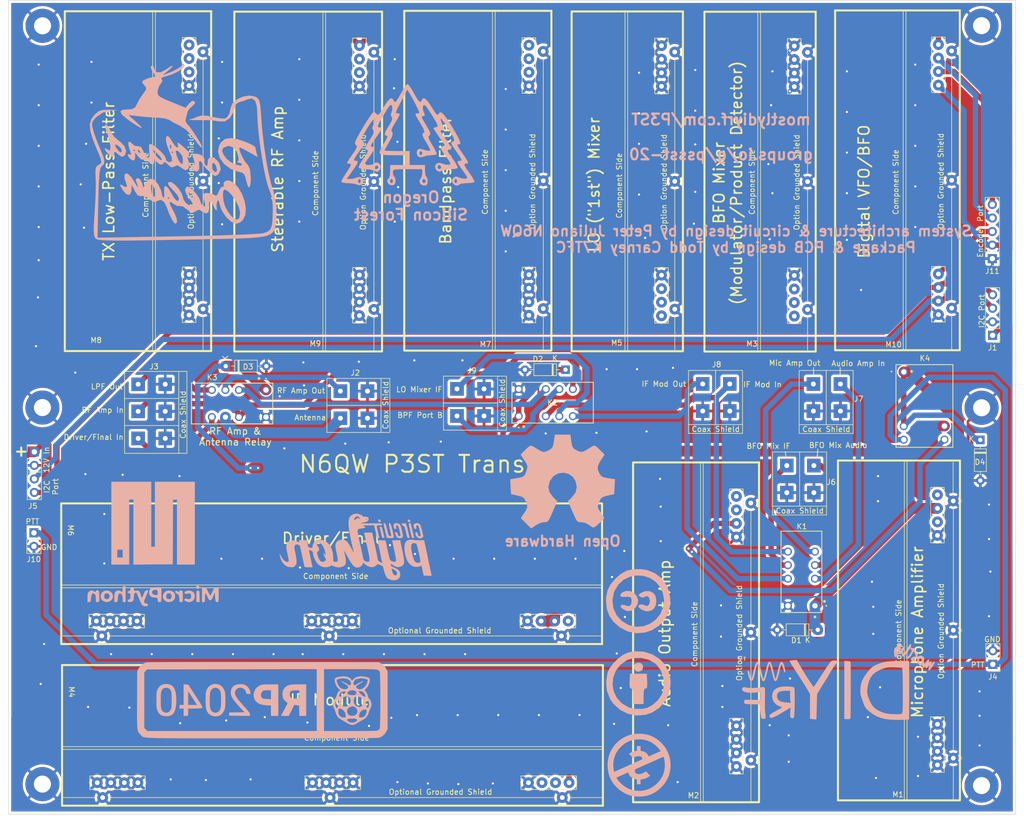
<source format=kicad_pcb>
(kicad_pcb (version 20211014) (generator pcbnew)
  (layers (0 "F.Cu" signal) (31 "B.Cu" signal) (34 "B.Paste" user) (35 "F.Paste" user) (36 "B.SilkS" user "B.Silkscreen") (37 "F.SilkS" user "F.Silkscreen") (38 "B.Mask" user) (39 "F.Mask" user) (44 "Edge.Cuts" user))
  (net 0 "")
  (net 1 "12V_TX")
  (net 2 "GND")
  (net 3 "PTT")
  (net 4 "BNC_Antenna")
  (net 5 "12VDC_Main")
  (net 6 "I2C_SDA")
  (net 7 "I2C_SCL")
  (net 8 "BFO_Mixer_Audio")
  (net 9 "Mic_Amp_Out")
  (net 10 "BFO_Mixer_IF")
  (net 11 "IF_Module_Out")
  (net 12 "LO_Mixer_IF")
  (net 13 "BPF_PortB")
  (net 14 "K2B_K3A_NC")
  (net 15 "RF_Amp_output")
  (net 16 "Finals_In")
  (net 17 "RF_Amp_In")
  (net 18 "12V_RX")
  (net 19 "Audio_Amp_input")
  (net 20 "IF_Module_In")
  (net 22 "LPF_Out")
  (net 43 "Encoder_A")
  (net 44 "Encoder_B")
  (net 45 "+3.3V")
  (net 46 "Encoder_SW")
  (footprint "K7TFC:J102K-1C" (layer "F.Cu") (at 263.72455 108.37935)
    (fp_text reference "K4")
    (fp_text value "J102K1CS312VDC.20")
  )
  (footprint "K7TFC:RG274_2x3_HS" (layer "F.Cu") (at 122.8 118.525)
    (fp_text reference "J3")
    (fp_text value "Conn_02x03_Odd_Even")
  )
  (footprint "Connector_PinHeader_2.54mm:PinHeader_1x04_P2.54mm_Vertical" (layer "F.Cu") (at 100.787 123.456)
    (fp_text reference "J5")
    (fp_text value "Conn_01x04")
  )
  (footprint "K7TFC:RELAY_TX2_PAN" (layer "F.Cu") (at 247.2463 152.3377 180)
    (fp_text reference "K1")
    (fp_text value "TX2-12V")
  )
  (footprint "K7TFC:RG274_2x2_HS" (layer "F.Cu") (at 228.6 113.388 -90)
    (fp_text reference "J8")
    (fp_text value "Conn_02x02_Odd_Even")
  )
  (footprint "MountingHole:MountingHole_3.2mm_M3_Pad" (layer "F.Cu") (at 278.511 115.189)
    (fp_text reference "H5" hide)
    (fp_text value "Mounting_Hole_4-40")
  )
  (footprint "K7TFC_Modules:K7TFC_CircuitBlock_Module1" (layer "F.Cu") (at 266.5474 63.3678)
    (fp_text reference "M10")
    (fp_text value "StandardModule_1")
  )
  (footprint "K7TFC_Modules:K7TFC_CircuitBlock_Half_Module1" (layer "F.Cu") (at 239.5128 63.6222)
    (fp_text reference "M3")
    (fp_text value "StandardModule_1")
  )
  (footprint "K7TFC:RELAY_TX2_PAN" (layer "F.Cu") (at 191.6623 116.7713 90)
    (fp_text reference "K2")
    (fp_text value "TX2-12V")
  )
  (footprint "Connector_PinHeader_2.54mm:PinHeader_1x02_P2.54mm_Vertical" (layer "F.Cu") (at 280.6264 163.327 180)
    (fp_text reference "J4")
    (fp_text value "Conn_01x02")
  )
  (footprint "Diode_THT:D_DO-35_SOD27_P7.62mm_Horizontal" (layer "F.Cu") (at 278.275 121.215 -90)
    (fp_text reference "D4")
    (fp_text value "1N4148")
  )
  (footprint "MountingHole:MountingHole_3.2mm_M3_Pad" (layer "F.Cu") (at 278.5 186.075)
    (fp_text reference "H7" hide)
    (fp_text value "Mounting_Hole_4-40")
  )
  (footprint "K7TFC_Modules:K7TFC_CircuitBlock_Module1" (layer "F.Cu") (at 126.087 63.528)
    (fp_text reference "M8")
    (fp_text value "StandardModule_1")
  )
  (footprint "Diode_THT:D_DO-35_SOD27_P7.62mm_Horizontal" (layer "F.Cu") (at 247.785 156.85 180)
    (fp_text reference "D1")
    (fp_text value "1N4148")
  )
  (footprint "K7TFC_Modules:K7TFC_CircuitBlock_Module1" (layer "F.Cu") (at 266.573 147.828)
    (fp_text reference "M1")
    (fp_text value "StandardModule_1")
  )
  (footprint "K7TFC_Modules:K7TFC_CircuitBlock_Module1" (layer "F.Cu") (at 228.875 148.175)
    (fp_text reference "M2")
    (fp_text value "StandardModule_1")
  )
  (footprint "MountingHole:MountingHole_3.2mm_M3_Pad" (layer "F.Cu") (at 102.3 185.8)
    (fp_text reference "H6" hide)
    (fp_text value "Mounting_Hole_4-40")
  )
  (footprint "MountingHole:MountingHole_3.2mm_M3_Pad" (layer "F.Cu") (at 278.5 43.5)
    (fp_text reference "H2" hide)
    (fp_text value "Mounting_Hole_4-40")
  )
  (footprint "Diode_THT:D_DO-35_SOD27_P7.62mm_Horizontal" (layer "F.Cu") (at 136.69 107.375)
    (fp_text reference "D3")
    (fp_text value "1N4148")
  )
  (footprint "Diode_THT:D_DO-35_SOD27_P7.62mm_Horizontal" (layer "F.Cu") (at 200.4473 108.0463 180)
    (fp_text reference "D2")
    (fp_text value "1N4148")
  )
  (footprint "MountingHole:MountingHole_3.2mm_M3_Pad" (layer "F.Cu") (at 102.3 115.15)
    (fp_text reference "H3" hide)
    (fp_text value "Mounting_Hole_4-40")
  )
  (footprint "K7TFC:RELAY_TX2_PAN" (layer "F.Cu") (at 144.25 111.85 -90)
    (fp_text reference "K3")
    (fp_text value "TX2-12V")
  )
  (footprint "K7TFC:RG274_2x2_HS" (layer "F.Cu") (at 249.3627 113.4015 -90)
    (fp_text reference "J7")
    (fp_text value "Conn_02x02_Odd_Even")
  )
  (footprint "K7TFC:RG274_2x2_HS" (layer "F.Cu") (at 182.7515 114.3123)
    (fp_text reference "J9")
    (fp_text value "Conn_02x02_Odd_Even")
  )
  (footprint "K7TFC:RG274_2x2_HS" (layer "F.Cu") (at 160.8765 114.7373)
    (fp_text reference "J2")
    (fp_text value "Conn_02x02_Odd_Even")
  )
  (footprint "K7TFC:RG274_2x2_HS" (layer "F.Cu") (at 244.375 128.7 -90)
    (fp_text reference "J6")
    (fp_text value "Conn_02x02_Odd_Even")
  )
  (footprint "Connector_PinHeader_2.54mm:PinHeader_1x04_P2.54mm_Vertical" (layer "F.Cu") (at 280.575 101.6 180)
    (fp_text reference "J1")
    (fp_text value "Conn_01x04")
  )
  (footprint "K7TFC_Modules:K7TFC_CircuitBlock_Half_Module1" (layer "F.Cu") (at 214.5956 63.5614)
    (fp_text reference "M5")
    (fp_text value "StandardModule_1")
  )
  (footprint "Connector_PinHeader_2.54mm:PinHeader_1x02_P2.54mm_Vertical" (layer "F.Cu") (at 100.712 138.65)
    (fp_text reference "J10")
    (fp_text value "Conn_01x02")
  )
  (footprint "K7TFC_Modules:K7TFC_CircuitBlock_Module2" (layer "F.Cu") (at 184.725 181.975 -90)
    (fp_text reference "M4")
    (fp_text value "StandardModule_2")
  )
  (footprint "K7TFC_Modules:K7TFC_CircuitBlock_Module2" (layer "F.Cu") (at 184.565 151.6488 -90)
    (fp_text reference "M6")
    (fp_text value "StandardModule_2")
  )
  (footprint "Connector_PinHeader_2.54mm:PinHeader_1x05_P2.54mm_Vertical" (layer "F.Cu") (at 280.5242 87.2082 180)
    (fp_text reference "J11")
    (fp_text value "Conn_01x05")
  )
  (footprint "K7TFC_Modules:K7TFC_CircuitBlock_Module1" (layer "F.Cu") (at 158.1472 63.6042)
    (fp_text reference "M9")
    (fp_text value "StandardModule_1")
  )
  (footprint "MountingHole:MountingHole_3.2mm_M3_Pad" (layer "F.Cu") (at 102.325 43.525)
    (fp_text reference "H1" hide)
    (fp_text value "Mounting_Hole_4-40")
  )
  (footprint "K7TFC_Modules:K7TFC_CircuitBlock_Module1" (layer "F.Cu") (at 189.9216 63.4488)
    (fp_text reference "M7")
    (fp_text value "StandardModule_1")
  )
  (footprint "Graphics:micro_python_25mm" (layer "B.Cu") (at 123.063 140.589 180)
    (fp_text reference "G***" hide)
    (fp_text value "LOGO" hide)
  )
  (footprint "Graphics:silicon-forest_25mm" (layer "B.Cu") (at 170.942 63.881 180)
    (fp_text reference "G***" hide)
    (fp_text value "LOGO" hide)
  )
  (footprint "Graphics:diyrf_38mm" (layer "B.Cu") (at 251.327747 166.397821 180)
    (fp_text reference "G***" hide)
    (fp_text value "LOGO" hide)
  )
  (footprint "Graphics:portland_logo_35mm" (layer "B.Cu") (at 128.651 67.437 180)
    (fp_text reference "G***" hide)
    (fp_text value "LOGO" hide)
  )
  (footprint "Graphics:RP2040" (layer "B.Cu") (at 143.724528 170.087965 180)
    (fp_text reference "G***" hide)
    (fp_text value "LOGO" hide)
  )
  (footprint "Graphics:cc_logo_no_commercial_12mm" (layer "B.Cu") (at 214.249 182.245 180)
    (fp_text reference "G***" hide)
    (fp_text value "LOGO" hide)
  )
  (footprint "Graphics:open-hardware_25mm" (layer "B.Cu") (at 199.898 129.286 180)
    (fp_text reference "G***" hide)
    (fp_text value "LOGO" hide)
  )
  (footprint "Graphics:cc_by_12mm" (layer "B.Cu") (at 214.122 166.9034 180)
    (fp_text reference "G***" hide)
    (fp_text value "LOGO" hide)
  )
  (footprint "Graphics:cc_logo_12mm" (layer "B.Cu") (at 214.0966 151.4602 180)
    (fp_text reference "G***" hide)
    (fp_text value "LOGO" hide)
  )
  (footprint "Graphics:circuit_python_28mm" (layer "B.Cu") (at 161.036 141.224 180)
    (fp_text reference "G***" hide)
    (fp_text value "LOGO" hide)
  )
  (gr_line (start 247.775 122.925) (end 247.675 124.275) (layer "F.SilkS") (width 0.15))
  (gr_line (start 246.9747 107.6365) (end 246.9997 108.8865) (layer "F.SilkS") (width 0.15))
  (gr_line (start 241.675 123.425) (end 241.825 124.45) (layer "F.SilkS") (width 0.15))
  (gr_line (start 99.65 127.25) (end 101.925 127.25) (layer "F.SilkS") (width 0.15))
  (gr_line (start 101.925 127.25) (end 101.9 127.225) (layer "F.SilkS") (width 0.15))
  (gr_line (start 251.9747 107.6115) (end 251.9747 108.9615) (layer "F.SilkS") (width 0.15))
  (gr_rect (start 95.95 38.7325) (end 284.9 191.4425) (layer "Edge.Cuts") (width 0.1) (fill none))
  (gr_text "Open Hardware" (at 199.898 140.208) (layer "B.SilkS") (effects (font (size 1.905 1.905) (thickness 0.4064)) (justify mirror)))
  (gr_text "mostlydiyrf.com/P3ST\n\ngroups.io/g/pssst-20" (at 229.616 64.389) (layer "B.SilkS") (effects (font (size 2.032 2.032) (thickness 0.4064)) (justify mirror)))
  (gr_text "Oregon\nSilicon Forest" (at 171.45 77.343) (layer "B.SilkS") (effects (font (size 2.032 2.032) (thickness 0.4064)) (justify mirror)))
  (gr_text "System architecture & circuit design by Peter Juliano N6QW\nPackage & PCB design by Todd Carney K7TFC" (at 232.41 83.566) (layer "B.SilkS") (effects (font (size 1.905 1.905) (thickness 0.381)) (justify mirror)))
  (gr_text "LO ({dblquote}1st{dblquote}) Mixer" (at 205.8 73.35 90) (layer "F.SilkS") (effects (font (size 2.032 2.032) (thickness 0.3048))))
  (gr_text "I2C Port" (at 278.543 97.0634 90) (layer "F.SilkS") (effects (font (size 1 1))))
  (gr_text "BFO Mixer\n(Modulator/Product Detector)" (at 230.9 73 90) (layer "F.SilkS") (effects (font (size 2.032 2.032) (thickness 0.3048))))
  (gr_text "BFO Mix IF" (at 238.525 122.375) (layer "F.SilkS") (effects (font (size 1 1))))
  (gr_text "GND" (at 103.5558 141.351) (layer "F.SilkS") (effects (font (size 1 1))))
  (gr_text "BPF Port B" (at 173.1515 116.5873) (layer "F.SilkS") (effects (font (size 1 1))))
  (gr_text "PTT" (at 100.4316 136.5504) (layer "F.SilkS") (effects (font (size 1 1))))
  (gr_text "Microphone Amplifier" (at 266.475 157.275 90) (layer "F.SilkS") (effects (font (size 2.032 2.032) (thickness 0.3048))))
  (gr_text "TX Low-Pass Filter" (at 114.75 72.7 90) (layer "F.SilkS") (effects (font (size 2.032 2.032) (thickness 0.3048))))
  (gr_text "GND" (at 280.543 158.6484) (layer "F.SilkS") (effects (font (size 1 1))))
  (gr_text "LPF Out" (at 114.4 111.225) (layer "F.SilkS") (effects (font (size 1 1))))
  (gr_text "+" (at 98.325 123.275) (layer "F.SilkS") (effects (font (size 2.032 2.032) (thickness 0.381))))
  (gr_text "IF Mod Out" (at 218.9 110.725) (layer "F.SilkS") (effects (font (size 1 1))))
  (gr_text "I2C\nPort" (at 103.95 130 90) (layer "F.SilkS") (effects (font (size 1 1))))
  (gr_text "PTT" (at 277.7998 163.4236) (layer "F.SilkS") (effects (font (size 1 1))))
  (gr_text "RF Amp &\nAntenna Relay" (at 138.5 120.6) (layer "F.SilkS") (effects (font (size 1.27 1.27) (thickness 0.1778))))
  (gr_text "Bandpass Filter" (at 177.95 72.525 90) (layer "F.SilkS") (effects (font (size 2.032 2.032) (thickness 0.3048))))
  (gr_text "Driver/Final" (at 156.475 139.675) (layer "F.SilkS") (effects (font (size 2.032 2.032) (thickness 0.3048))))
  (gr_text "Mic Amp Out" (at 243.4497 106.7865) (layer "F.SilkS") (effects (font (size 1 1))))
  (gr_text "12V In" (at 103.073 124.97 90) (layer "F.SilkS") (effects (font (size 1 1))))
  (gr_text "BFO Mix Audio" (at 251.6 122.225) (layer "F.SilkS") (effects (font (size 1 1))))
  (gr_text "N6QW P3ST Transceiver" (at 178.725 125.75) (layer "F.SilkS") (effects (font (size 3.175 3.175) (thickness 0.381))))
  (gr_text "IF Module" (at 156.225 170) (layer "F.SilkS") (effects (font (size 2.032 2.032) (thickness 0.3048))))
  (gr_text "Encoder Port" (at 278.2636 82.0774 90) (layer "F.SilkS") (effects (font (size 1 1))))
  (gr_text "Audio Output Amp" (at 219.075 157.5054 90) (layer "F.SilkS") (effects (font (size 2.032 2.032) (thickness 0.3048))))
  (gr_text "Steerable RF Amp" (at 146.4472 72.3022 90) (layer "F.SilkS") (effects (font (size 2.032 2.032) (thickness 0.3048))))
  (gr_text "Antenna" (at 152.55 117.025) (layer "F.SilkS") (effects (font (size 1 1))))
  (gr_text "LO Mixer IF" (at 173.0015 111.7623) (layer "F.SilkS") (effects (font (size 1 1))))
  (gr_text "IF Mod In" (at 237.4 110.825) (layer "F.SilkS") (effects (font (size 1 1))))
  (gr_text "Digital VFO/BFO" (at 256.45 74.625 90) (layer "F.SilkS") (effects (font (size 2.032 2.032) (thickness 0.3048))))
  (gr_text "Driver/Final In" (at 111.9 120.7) (layer "F.SilkS") (effects (font (size 1 1))))
  (gr_text "Audio Amp In" (at 255.3747 106.8615) (layer "F.SilkS") (effects (font (size 1 1))))
  (gr_text "RF Amp In" (at 113.6 115.625) (layer "F.SilkS") (effects (font (size 1 1))))
  (gr_text "RF Amp Out" (at 150.825 111.975) (layer "F.SilkS") (effects (font (size 1 1))))
  (segment (start 264.16 123.702654) (end 264.545654 123.317) (width 2.032) (layer "F.Cu") (net 1))
  (segment (start 188.722 119.7116) (end 188.722 123.317) (width 1.016) (layer "F.Cu") (net 1))
  (segment (start 247.2463 152.3377) (end 265.5228 134.0612) (width 2.032) (layer "F.Cu") (net 1))
  (segment (start 210.4898 139.77683) (end 210.4898 123.317) (width 2.032) (layer "F.Cu") (net 1))
  (segment (start 198.408 155.2048) (end 198.408 151.85863) (width 2.032) (layer "F.Cu") (net 1))
  (segment (start 271.54775 118.61555) (end 270.00445 118.61555) (width 2.032) (layer "F.Cu") (net 1))
  (segment (start 198.408 155.2048) (end 195.868 155.2048) (width 2.032) (layer "F.Cu") (net 1))
  (segment (start 191.6623 114.710366) (end 194.183 112.189666) (width 1.016) (layer "F.Cu") (net 1))
  (segment (start 264.16 132.207) (end 264.16 123.702654) (width 2.032) (layer "F.Cu") (net 1))
  (segment (start 188.722 123.317) (end 185.1166 123.317) (width 2.032) (layer "F.Cu") (net 1))
  (segment (start 265.303 123.317) (end 264.545654 123.317) (width 2.032) (layer "F.Cu") (net 1))
  (segment (start 270.2306 134.0612) (end 266.0142 134.0612) (width 2.032) (layer "F.Cu") (net 1))
  (segment (start 136.69 107.375) (end 139.775 107.375) (width 2.032) (layer "F.Cu") (net 1))
  (segment (start 181.9416 126.492) (end 141.732 126.492) (width 2.032) (layer "F.Cu") (net 1))
  (segment (start 265.5228 134.0612) (end 266.0142 134.0612) (width 2.032) (layer "F.Cu") (net 1))
  (segment (start 139.775 107.375) (end 144.25 111.85) (width 2.032) (layer "F.Cu") (net 1))
  (segment (start 194.183 112.189666) (end 194.183 110.617) (width 1.016) (layer "F.Cu") (net 1))
  (segment (start 191.6623 116.7713) (end 191.6623 114.710366) (width 1.016) (layer "F.Cu") (net 1))
  (segment (start 266.0142 134.0612) (end 264.16 132.207) (width 2.032) (layer "F.Cu") (net 1))
  (segment (start 196.7537 108.0463) (end 200.4473 108.0463) (width 1.016) (layer "F.Cu") (net 1))
  (segment (start 198.408 151.85863) (end 210.4898 139.77683) (width 2.032) (layer "F.Cu") (net 1))
  (segment (start 264.545654 123.317) (end 210.4898 123.317) (width 2.032) (layer "F.Cu") (net 1))
  (segment (start 270.00445 118.61555) (end 265.303 123.317) (width 2.032) (layer "F.Cu") (net 1))
  (segment (start 185.1166 123.317) (end 181.9416 126.492) (width 2.032) (layer "F.Cu") (net 1))
  (segment (start 210.4898 123.317) (end 188.722 123.317) (width 2.032) (layer "F.Cu") (net 1))
  (segment (start 194.183 110.617) (end 196.7537 108.0463) (width 1.016) (layer "F.Cu") (net 1))
  (segment (start 191.6623 116.7713) (end 188.722 119.7116) (width 1.016) (layer "F.Cu") (net 1))
  (via (at 141.351 126.492) (size 0.8) (drill 0.4) (layers "F.Cu" "B.Cu") (net 1))
  (via (at 142.748 126.492) (size 0.8) (drill 0.4) (layers "F.Cu" "B.Cu") (net 1))
  (segment (start 131.445 118.872) (end 131.445 110.804) (width 1.016) (layer "B.Cu") (net 1))
  (segment (start 247.2463 152.3377) (end 247.2463 156.3113) (width 2.032) (layer "B.Cu") (net 1))
  (segment (start 139.065 126.492) (end 131.445 118.872) (width 1.016) (layer "B.Cu") (net 1))
  (segment (start 142.748 126.492) (end 141.351 126.492) (width 1.016) (layer "B.Cu") (net 1))
  (segment (start 141.351 126.492) (end 139.065 126.492) (width 1.016) (layer "B.Cu") (net 1))
  (segment (start 247.2463 156.3113) (end 247.785 156.85) (width 2.032) (layer "B.Cu") (net 1))
  (segment (start 131.445 110.804) (end 134.874 107.375) (width 1.016) (layer "B.Cu") (net 1))
  (segment (start 134.874 107.375) (end 136.69 107.375) (width 1.016) (layer "B.Cu") (net 1))
  (via (at 102.616 159.512) (size 0.8) (drill 0.4) (layers "F.Cu" "B.Cu") (net 2))
  (via (at 218.313 133.731) (size 0.8) (drill 0.4) (layers "F.Cu" "B.Cu") (net 2))
  (via (at 108.458 108.585) (size 0.8) (drill 0.4) (layers "F.Cu" "B.Cu") (net 2))
  (via (at 111.506 50.292) (size 0.8) (drill 0.4) (layers "F.Cu" "B.Cu") (net 2))
  (via (at 144.018 173.228) (size 0.8) (drill 0.4) (layers "F.Cu" "B.Cu") (net 2))
  (via (at 187.071 143.51) (size 0.8) (drill 0.4) (layers "F.Cu" "B.Cu") (net 2))
  (via (at 215.392 83.312) (size 0.8) (drill 0.4) (layers "F.Cu" "B.Cu") (net 2))
  (via (at 110.871 171.323) (size 0.8) (drill 0.4) (layers "F.Cu" "B.Cu") (net 2))
  (via (at 202.311 143.51) (size 0.8) (drill 0.4) (layers "F.Cu" "B.Cu") (net 2))
  (via (at 150.622 145.161) (size 0.8) (drill 0.4) (layers "F.Cu" "B.Cu") (net 2))
  (via (at 172.085 106.299) (size 0.8) (drill 0.4) (layers "F.Cu" "B.Cu") (net 2))
  (via (at 181.61 161.417) (size 0.8) (drill 0.4) (layers "F.Cu" "B.Cu") (net 2))
  (via (at 101.981 167.005) (size 0.8) (drill 0.4) (layers "F.Cu" "B.Cu") (net 2))
  (via (at 279.908 139.827) (size 0.8) (drill 0.4) (layers "F.Cu" "B.Cu") (net 2))
  (via (at 220.599 107.696) (size 0.8) (drill 0.4) (layers "F.Cu" "B.Cu") (net 2))
  (via (at 181.102 106.299) (size 0.8) (drill 0.4) (layers "F.Cu" "B.Cu") (net 2))
  (via (at 163.576 174.879) (size 0.8) (drill 0.4) (layers "F.Cu" "B.Cu") (net 2))
  (via (at 224.79 51.816) (size 0.8) (drill 0.4) (layers "F.Cu" "B.Cu") (net 2))
  (via (at 210.82 167.767) (size 0.8) (drill 0.4) (layers "F.Cu" "B.Cu") (net 2))
  (via (at 209.169 146.939) (size 0.8) (drill 0.4) (layers "F.Cu" "B.Cu") (net 2))
  (via (at 167.767 173.355) (size 0.8) (drill 0.4) (layers "F.Cu" "B.Cu") (net 2))
  (via (at 259.08 132.715) (size 0.8) (drill 0.4) (layers "F.Cu" "B.Cu") (net 2))
  (via (at 177.038 121.539) (size 0.8) (drill 0.4) (layers "F.Cu" "B.Cu") (net 2))
  (via (at 259.461 167.64) (size 0.8) (drill 0.4) (layers "F.Cu" "B.Cu") (net 2))
  (via (at 167.259 121.666) (size 0.8) (drill 0.4) (layers "F.Cu" "B.Cu") (net 2))
  (via (at 150.495 80.264) (size 0.8) (drill 0.4) (layers "F.Cu" "B.Cu") (net 2))
  (via (at 278.13 178.562) (size 0.8) (drill 0.4) (layers "F.Cu" "B.Cu") (net 2))
  (via (at 280.162 145.923) (size 0.8) (drill 0.4) (layers "F.Cu" "B.Cu") (net 2))
  (via (at 214.249 52.324) (size 0.8) (drill 0.4) (layers "F.Cu" "B.Cu") (net 2))
  (via (at 101.6 50.8) (size 0.8) (drill 0.4) (layers "F.Cu" "B.Cu") (net 2))
  (via (at 278.13 172.974) (size 0.8) (drill 0.4) (layers "F.Cu" "B.Cu") (net 2))
  (via (at 239.014 58.42) (size 0.8) (drill 0.4) (layers "F.Cu" "B.Cu") (net 2))
  (via (at 141.351 184.912) (size 0.8) (drill 0.4) (layers "F.Cu" "B.Cu") (net 2))
  (via (at 151.384 110.998) (size 0.8) (drill 0.4) (layers "F.Cu" "B.Cu") (net 2))
  (via (at 189.23 70.612) (size 0.8) (drill 0.4) (layers "F.Cu" "B.Cu") (net 2))
  (via (at 101.6 81.28) (size 0.8) (drill 0.4) (layers "F.Cu" "B.Cu") (net 2))
  (via (at 145.669 161.417) (size 0.8) (drill 0.4) (layers "F.Cu" "B.Cu") (net 2))
  (via (at 150.495 72.644) (size 0.8) (drill 0.4) (layers "F.Cu" "B.Cu") (net 2))
  (via (at 187.833 172.847) (size 0.8) (drill 0.4) (layers "F.Cu" "B.Cu") (net 2))
  (via (at 101.6 73.66) (size 0.8) (drill 0.4) (layers "F.Cu" "B.Cu") (net 2))
  (via (at 239.268 74.93) (size 0.8) (drill 0.4) (layers "F.Cu" "B.Cu") (net 2))
  (via (at 257.937 147.828) (size 0.8) (drill 0.4) (layers "F.Cu" "B.Cu") (net 2))
  (via (at 101.6 87.503) (size 0.8) (drill 0.4) (layers "F.Cu" "B.Cu") (net 2))
  (via (at 242.5192 55.8038) (size 0.8) (drill 0.4) (layers "F.Cu" "B.Cu") (net 2))
  (via (at 136.017 57.912) (size 0.8) (drill 0.4) (layers "F.Cu" "B.Cu") (net 2))
  (via (at 239.268 52.07) (size 0.8) (drill 0.4) (layers "F.Cu" "B.Cu") (net 2))
  (via (at 258.191 157.607) (size 0.8) (drill 0.4) (layers "F.Cu" "B.Cu") (net 2))
  (via (at 150.495 57.404) (size 0.8) (drill 0.4) (layers "F.Cu" "B.Cu") (net 2))
  (via (at 266.573 184.277) (size 0.8) (drill 0.4) (layers "F.Cu" "B.Cu") (net 2))
  (via (at 189.23 85.852) (size 0.8) (drill 0.4) (layers "F.Cu" "B.Cu") (net 2))
  (via (at 196.723 120.015) (size 0.8) (drill 0.4) (layers "F.Cu" "B.Cu") (net 2))
  (via (at 110.49 65.659) (size 0.8) (drill 0.4) (layers "F.Cu" "B.Cu") (net 2))
  (via (at 113.919 135.128) (size 0.8) (drill 0.4) (layers "F.Cu" "B.Cu") (net 2))
  (via (at 257.175 173.228) (size 0.8) (drill 0.4) (layers "F.Cu" "B.Cu") (net 2))
  (via (at 110.363 127.635) (size 0.8) (drill 0.4) (layers "F.Cu" "B.Cu") (net 2))
  (via (at 126.365 184.912) (size 0.8) (drill 0.4) (layers "F.Cu" "B.Cu") (net 2))
  (via (at 138.049 161.417) (size 0.8) (drill 0.4) (layers "F.Cu" "B.Cu") (net 2))
  (via (at 101.473 94.488) (size 0.8) (drill 0.4) (layers "F.Cu" "B.Cu") (net 2))
  (via (at 135.382 64.643) (size 0.8) (drill 0.4) (layers "F.Cu" "B.Cu") (net 2))
  (via (at 128.143 174.371) (size 0.8) (drill 0.4) (layers "F.Cu" "B.Cu") (net 2))
  (via (at 130.429 161.417) (size 0.8) (drill 0.4) (layers "F.Cu" "B.Cu") (net 2))
  (via (at 180.34 185.801) (size 0.8) (drill 0.4) (layers "F.Cu" "B.Cu") (net 2))
  (via (at 168.402 49.784) (size 0.8) (drill 0.4) (layers "F.Cu" "B.Cu") (net 2))
  (via (at 208.153 107.95) (size 0.8) (drill 0.4) (layers "F.Cu" "B.Cu") (net 2))
  (via (at 206.248 119.888) (size 0.8) (drill 0.4) (layers "F.Cu" "B.Cu") (net 2))
  (via (at 258.699 184.658) (size 0.8) (drill 0.4) (layers "F.Cu" "B.Cu") (net 2))
  (via (at 101.6 58.42) (size 0.8) (drill 0.4) (layers "F.Cu" "B.Cu") (net 2))
  (via (at 101.092 103.632) (size 0.8) (drill 0.4) (layers "F.Cu" "B.Cu") (net 2))
  (via (at 189.23 55.372) (size 0.8) (drill 0.4) (layers "F.Cu" "B.Cu") (net 2))
  (via (at 214.249 65.659) (size 0.8) (drill 0.4) (layers "F.Cu" "B.Cu") (net 2))
  (via (at 147.701 122.809) (size 0.8) (drill 0.4) (layers "F.Cu" "B.Cu") (net 2))
  (via (at 180.213 172.847) (size 0.8) (drill 0.4) (layers "F.Cu" "B.Cu") (net 2))
  (via (at 110.109 81.407) (size 0.8) (drill 0.4) (layers "F.Cu" "B.Cu") (net 2))
  (via (at 168.91 65.278) (size 0.8) (drill 0.4) (layers "F.Cu" "B.Cu") (net 2))
  (via (at 266.065 58.42) (size 0.8) (drill 0.4) (layers "F.Cu" "B.Cu") (net 2))
  (via (at 242.5192 48.1838) (size 0.8) (drill 0.4) (layers "F.Cu" "B.Cu") (net 2))
  (via (at 172.212 142.621) (size 0.8) (drill 0.4) (layers "F.Cu" "B.Cu") (net 2))
  (via (at 122.809 161.417) (size 0.8) (drill 0.4) (layers "F.Cu" "B.Cu") (net 2))
  (via (at 194.691 143.51) (size 0.8) (drill 0.4) (layers "F.Cu" "B.Cu") (net 2))
  (via (at 266.065 66.04) (size 0.8) (drill 0.4) (layers "F.Cu" "B.Cu") (net 2))
  (via (at 179.451 143.51) (size 0.8) (drill 0.4) (layers "F.Cu" "B.Cu") (net 2))
  (via (at 168.275 55.245) (size 0.8) (drill 0.4) (layers "F.Cu" "B.Cu") (net 2))
  (via (at 266.065 81.28) (size 0.8) (drill 0.4) (layers "F.Cu" "B.Cu") (net 2))
  (via (at 253.238 67.31) (size 0.8) (drill 0.4) (layers "F.Cu" "B.Cu") (net 2))
  (via (at 224.79 59.436) (size 0.8) (drill 0.4) (layers "F.Cu" "B.Cu") (net 2))
  (via (at 238.76 83.566) (size 0.8) (drill 0.4) (layers "F.Cu" "B.Cu") (net 2))
  (via (at 115.189 161.417) (size 0.8) (drill 0.4) (layers "F.Cu" "B.Cu") (net 2))
  (via (at 136.017 80.772) (size 0.8) (drill 0.4) (layers "F.Cu" "B.Cu") (net 2))
  (via (at 229.616 152.273) (size 0.8) (drill 0.4) (layers "F.Cu" "B.Cu") (net 2))
  (via (at 221.488 185.42) (size 0.8) (drill 0.4) (layers "F.Cu" "B.Cu") (net 2))
  (via (at 189.23 62.992) (size 0.8) (drill 0.4) (layers "F.Cu" "B.Cu") (net 2))
  (via (at 159.131 121.92) (size 0.8) (drill 0.4) (layers "F.Cu" "B.Cu") (net 2))
  (via (at 279.908 154.305) (size 0.8) (drill 0.4) (layers "F.Cu" "B.Cu") (net 2))
  (via (at 242.316 176.657) (size 0.8) (drill 0.4) (layers "F.Cu" "B.Cu") (net 2))
  (via (at 168.91 185.42) (size 0.8) (drill 0.4) (layers "F.Cu" "B.Cu") (net 2))
  (via (at 135.89 143.51) (size 0.8) (drill 0.4) (layers "F.Cu" "B.Cu") (net 2))
  (via (at 229.87 171.323) (size 0.8) (drill 0.4) (layers "F.Cu" "B.Cu") (net 2))
  (via (at 214.249 75.184) (size 0.8) (drill 0.4) (layers "F.Cu" "B.Cu") (net 2))
  (via (at 166.37 161.417) (size 0.8) (drill 0.4) (layers "F.Cu" "B.Cu") (net 2))
  (via (at 278.13 168.402) (size 0.8) (drill 0.4) (layers "F.Cu" "B.Cu") (net 2))
  (via (at 253.238 52.07) (size 0.8) (drill 0.4) (layers "F.Cu" "B.Cu") (net 2))
  (via (at 224.79 74.676) (size 0.8) (drill 0.4) (layers "F.Cu" "B.Cu") (net 2))
  (via (at 161.671 106.553) (size 0.8) (drill 0.4) (layers "F.Cu" "B.Cu") (net 2))
  (via (at 213.868 107.95) (size 0.8) (drill 0.4) (layers "F.Cu" "B.Cu") (net 2))
  (via (at 117.348 127.762) (size 0.8) (drill 0.4) (layers "F.Cu" "B.Cu") (net 2))
  (via (at 259.08 128.016) (size 0.8) (drill 0.4) (layers "F.Cu" "B.Cu") (net 2))
  (via (at 169.037 73.787) (size 0.8) (drill 0.4) (layers "F.Cu" "B.Cu") (net 2))
  (via (at 218.186 128.524) (size 0.8) (drill 0.4) (layers "F.Cu" "B.Cu") (net 2))
  (via (at 229.87 167.386) (size 0.8) (drill 0.4) (layers "F.Cu" "B.Cu") (net 2))
  (via (at 253.238 74.93) (size 0.8) (drill 0.4) (layers "F.Cu" "B.Cu") (net 2))
  (via (at 238.506 69.469) (size 0.8) (drill 0.4) (layers "F.Cu" "B.Cu") (net 2))
  (via (at 214.249 59.944) (size 0.8) (drill 0.4) (layers "F.Cu" "B.Cu") (net 2))
  (via (at 224.536 80.645) (size 0.8) (drill 0.4) (layers "F.Cu" "B.Cu") (net 2))
  (via (at 109.474 73.279) (size 0.8) (drill 0.4) (layers "F.Cu" "B.Cu") (net 2))
  (via (at 111.506 57.912) (size 0.8) (drill 0.4) (layers "F.Cu" "B.Cu") (net 2))
  (via (at 173.99 161.417) (size 0.8) (drill 0.4) (layers "F.Cu" "B.Cu") (net 2))
  (via (at 255.905 93.091) (size 0.8) (drill 0.4) (layers "F.Cu" "B.Cu") (net 2))
  (via (at 113.919 144.399) (size 0.8) (drill 0.4) (layers "F.Cu" "B.Cu") (net 2))
  (via (at 172.593 172.847) (size 0.8) (drill 0.4) (layers "F.Cu" "B.Cu") (net 2))
  (via (at 174.625 185.674) (size 0.8) (drill 0.4) (layers "F.Cu" "B.Cu") (net 2))
  (via (at 218.313 140.208) (size 0.8) (drill 0.4) (layers "F.Cu" "B.Cu") (net 2))
  (via (at 258.191 152.527) (size 0.8) (drill 0.4) (layers "F.Cu" "B.Cu") (net 2))
  (via (at 195.453 172.847) (size 0.8) (drill 0.4) (layers "F.Cu" "B.Cu") (net 2))
  (via (at 209.55 174.498) (size 0.8) (drill 0.4) (layers "F.Cu" "B.Cu") (net 2))
  (via (at 203.073 172.847) (size 0.8) (drill 0.4) (layers "F.Cu" "B.Cu") (net 2))
  (via (at 229.616 158.115) (size 0.8) (drill 0.4) (layers "F.Cu" "B.Cu") (net 2))
  (via (at 143.51 143.51) (size 0.8) (drill 0.4) (layers "F.Cu" "B.Cu") (net 2))
  (via (at 101.6 66.04) (size 0.8) (drill 0.4) (layers "F.Cu" "B.Cu") (net 2))
  (via (at 158.75 161.417) (size 0.8) (drill 0.4) (layers "F.Cu" "B.Cu") (net 2))
  (via (at 242.316 181.61) (size 0.8) (drill 0.4) (layers "F.Cu" "B.Cu") (net 2))
  (via (at 211.4804 142.0622) (size 0.8) (drill 0.4) (layers "F.Cu" "B.Cu") (net 2))
  (via (at 167.513 140.97) (size 0.8) (drill 0.4) (layers "F.Cu" "B.Cu") (net 2))
  (via (at 136.779 173.863) (size 0.8) (drill 0.4) (layers "F.Cu" "B.Cu") (net 2))
  (via (at 211.582 154.432) (size 0.8) (drill 0.4) (layers "F.Cu" "B.Cu") (net 2))
  (via (at 152.019 174.244) (size 0.8) (drill 0.4) (layers "F.Cu" "B.Cu") (net 2))
  (via (at 150.495 49.784) (size 0.8) (drill 0.4) (layers "F.Cu" "B.Cu") (net 2))
  (via (at 266.065 73.66) (size 0.8) (drill 0.4) (layers "F.Cu" "B.Cu") (net 2))
  (via (at 238.76 174.752) (size 0.8) (drill 0.4) (layers "F.Cu" "B.Cu") (net 2))
  (via (at 224.79 65.786) (size 0.8) (drill 0.4) (layers "F.Cu" "B.Cu") (net 2))
  (via (at 266.065 50.8) (size 0.8) (drill 0.4) (layers "F.Cu" "B.Cu") (net 2))
  (via (at 215.646 119.634) (size 0.8) (drill 0.4) (layers "F.Cu" "B.Cu") (net 2))
  (via (at 135.382 73.025) (size 0.8) (drill 0.4) (layers "F.Cu" "B.Cu") (net 2))
  (via (at 159.766 145.288) (size 0.8) (drill 0.4) (layers "F.Cu" "B.Cu") (net 2))
  (via (at 136.017 50.292) (size 0.8) (drill 0.4) (layers "F.Cu" "B.Cu") (net 2))
  (via (at 186.817 185.674) (size 0.8) (drill 0.4) (layers "F.Cu" "B.Cu") (net 2))
  (via (at 128.016 128.016) (size 0.8) (drill 0.4) (layers "F.Cu" "B.Cu") (net 2))
  (via (at 279.908 133.35) (size 0.8) (drill 0.4) (layers "F.Cu" "B.Cu") (net 2))
  (via (at 219.71 174.752) (size 0.8) (drill 0.4) (layers "F.Cu" "B.Cu") (net 2))
  (via (at 189.23 78.232) (size 0.8) (drill 0.4) (layers "F.Cu" "B.Cu") (net 2))
  (via (at 151.13 161.417) (size 0.8) (drill 0.4) (layers "F.Cu" "B.Cu") (net 2))
  (via (at 132.969 185.039) (size 0.8) (drill 0.4) (layers "F.Cu" "B.Cu") (net 2))
  (via (at 253.238 83.693) (size 0.8) (drill 0.4) (layers "F.Cu" "B.Cu") (net 2))
  (via (at 168.402 80.264) (size 0.8) (drill 0.4) (layers "F.Cu" "B.Cu") (net 2))
  (via (at 118.618 171.45) (size 0.8) (drill 0.4) (layers "F.Cu" "B.Cu") (net 2))
  (via (at 253.238 59.69) (size 0.8) (drill 0.4) (layers "F.Cu" "B.Cu") (net 2))
  (via (at 242.57 165.989) (size 0.8) (drill 0.4) (layers "F.Cu" "B.Cu") (net 2))
  (via (at 266.573 176.911) (size 0.8) (drill 0.4) (layers "F.Cu" "B.Cu") (net 2))
  (via (at 151.257 106.68) (size 0.8) (drill 0.4) (layers "F.Cu" "B.Cu") (net 2))
  (via (at 146.812 113.03) (size 0.8) (drill 0.4) (layers "F.Cu" "B.Cu") (net 2))
  (via (at 150.495 65.024) (size 0.8) (drill 0.4) (layers "F.Cu" "B.Cu") (net 2))
  (via (at 210.058 161.29) (size 0.8) (drill 0.4) (layers "F.Cu" "B.Cu") (net 2))
  (segment (start 112.2606 163.3146) (end 102.997 154.051) (width 1.016) (layer "B.Cu") (net 3))
  (segment (start 261.366 116.713) (end 268.605 109.474) (width 1.016) (layer "B.Cu") (net 3))
  (segment (start 282.956 162.052) (end 281.681 163.327) (width 1.016) (layer "B.Cu") (net 3))
  (segment (start 280.543 109.474) (end 282.956 111.887) (width 1.016) (layer "B.Cu") (net 3))
  (segment (start 101.693 138.65) (end 100.712 138.65) (width 1.016) (layer "B.Cu") (net 3))
  (segment (start 281.681 163.327) (end 280.6264 163.327) (width 1.016) (layer "B.Cu") (net 3))
  (segment (start 268.605 109.474) (end 280.543 109.474) (width 1.016) (layer "B.Cu") (net 3))
  (segment (start 282.956 111.887) (end 282.956 162.052) (width 1.016) (layer "B.Cu") (net 3))
  (segment (start 102.997 154.051) (end 102.997 139.954) (width 1.016) (layer "B.Cu") (net 3))
  (segment (start 261.366 120.269) (end 261.366 116.713) (width 1.016) (layer "B.Cu") (net 3))
  (segment (start 262.27795 121.18095) (end 261.366 120.269) (width 1.016) (layer "B.Cu") (net 3))
  (segment (start 102.997 139.954) (end 101.693 138.65) (width 1.016) (layer "B.Cu") (net 3))
  (segment (start 263.90235 121.18095) (end 262.27795 121.18095) (width 1.016) (layer "B.Cu") (net 3))
  (segment (start 280.6264 163.3146) (end 112.2606 163.3146) (width 1.016) (layer "B.Cu") (net 3))
  (segment (start 138.52833 119.888) (end 136.63 117.98967) (width 2.032) (layer "B.Cu") (net 4))
  (segment (start 136.63 117.98967) (end 136.63 116.93) (width 2.032) (layer "B.Cu") (net 4))
  (segment (start 155.4718 119.888) (end 138.52833 119.888) (width 2.032) (layer "B.Cu") (net 4))
  (segment (start 158.2095 117.1503) (end 155.4718 119.888) (width 2.032) (layer "B.Cu") (net 4))
  (segment (start 118.364 105.918) (end 100.826 123.456) (width 1.016) (layer "F.Cu") (net 5))
  (segment (start 224.282 181.483) (end 228.981 186.182) (width 2.032) (layer "F.Cu") (net 5))
  (segment (start 274.193 128.905) (end 274.193 117.602) (width 2.032) (layer "F.Cu") (net 5))
  (segment (start 265.04655 108.45555) (end 263.92775 108.45555) (width 2.032) (layer "F.Cu") (net 5))
  (segment (start 97.79 172.212) (end 107.061 181.483) (width 2.032) (layer "F.Cu") (net 5))
  (segment (start 250.698 186.182) (end 276.733 160.147) (width 2.032) (layer "F.Cu") (net 5))
  (segment (start 274.193 117.602) (end 265.04655 108.45555) (width 2.032) (layer "F.Cu") (net 5))
  (segment (start 228.981 186.182) (end 250.698 186.182) (width 2.032) (layer "F.Cu") (net 5))
  (segment (start 100.826 123.456) (end 100.787 123.456) (width 1.016) (layer "F.Cu") (net 5))
  (segment (start 276.733 160.147) (end 276.733 131.445) (width 2.032) (layer "F.Cu") (net 5))
  (segment (start 99.429 123.456) (end 97.79 125.095) (width 2.032) (layer "F.Cu") (net 5))
  (segment (start 112.268 181.483) (end 201.422 181.483) (width 2.032) (layer "F.Cu") (net 5))
  (segment (start 201.422 181.483) (end 224.282 181.483) (width 2.032) (layer "F.Cu") (net 5))
  (segment (start 270.4082 45.2372) (end 269.113 43.942) (width 1.016) (layer "F.Cu") (net 5))
  (segment (start 123.063 43.561) (end 158.1192 43.561) (width 1.016) (layer "F.Cu") (net 5))
  (segment (start 276.733 131.445) (end 274.193 128.905) (width 2.032) (layer "F.Cu") (net 5))
  (segment (start 118.364 48.387) (end 123.063 43.688) (width 1.016) (layer "F.Cu") (net 5))
  (segment (start 100.787 123.456) (end 99.429 123.456) (width 2.032) (layer "F.Cu") (net 5))
  (segment (start 201.108 185.531) (end 201.108 181.797) (width 1.016) (layer "F.Cu") (net 5))
  (segment (start 118.364 48.387) (end 118.364 105.918) (width 1.016) (layer "F.Cu") (net 5))
  (segment (start 107.061 181.483) (end 112.268 181.483) (width 2.032) (layer "F.Cu") (net 5))
  (segment (start 165.0586 43.942) (end 161.7794 47.2212) (width 1.016) (layer "F.Cu") (net 5))
  (segment (start 123.063 43.688) (end 123.063 43.561) (width 1.016) (layer "F.Cu") (net 5))
  (segment (start 97.79 125.095) (end 97.79 172.212) (width 2.032) (layer "F.Cu") (net 5))
  (segment (start 158.1192 43.561) (end 161.7794 47.2212) (width 1.016) (layer "F.Cu") (net 5))
  (segment (start 263.90235 118.64095) (end 263.90235 108.48095) (width 1.016) (layer "F.Cu") (net 5))
  (segment (start 201.108 181.797) (end 201.422 181.483) (width 1.016) (layer "F.Cu") (net 5))
  (segment (start 269.113 43.942) (end 165.0586 43.942) (width 1.016) (layer "F.Cu") (net 5))
  (segment (start 263.90235 108.48095) (end 263.92775 108.45555) (width 1.016) (layer "F.Cu") (net 5))
  (segment (start 270.4082 47.0356) (end 270.4082 45.2372) (width 1.016) (layer "F.Cu") (net 5))
  (segment (start 272.923 116.586) (end 265.9573 116.586) (width 1.016) (layer "B.Cu") (net 5))
  (segment (start 278.275 121.215) (end 277.552 121.215) (width 1.016) (layer "B.Cu") (net 5))
  (segment (start 277.552 121.215) (end 272.923 116.586) (width 1.016) (layer "B.Cu") (net 5))
  (segment (start 265.9573 116.586) (end 263.90235 118.64095) (width 1.016) (layer "B.Cu") (net 5))
  (segment (start 271.0994 95.1686) (end 270.4082 95.1686) (width 1.016) (layer "F.Cu") (net 6))
  (segment (start 278.207601 94.152601) (end 272.115399 94.152601) (width 1.016) (layer "F.Cu") (net 6))
  (segment (start 272.115399 94.152601) (end 271.0994 95.1686) (width 1.016) (layer "F.Cu") (net 6))
  (segment (start 280.575 96.52) (end 278.207601 94.152601) (width 1.016) (layer "F.Cu") (net 6))
  (segment (start 268.6864 95.1686) (end 261.493 102.362) (width 1.016) (layer "B.Cu") (net 6))
  (segment (start 124.72 102.362) (end 104.775 122.307) (width 1.016) (layer "B.Cu") (net 6))
  (segment (start 270.4082 95.1686) (end 268.6864 95.1686) (width 1.016) (layer "B.Cu") (net 6))
  (segment (start 104.775 122.307) (end 104.775 124.548) (width 1.016) (layer "B.Cu") (net 6))
  (segment (start 261.493 102.362) (end 124.72 102.362) (width 1.016) (layer "B.Cu") (net 6))
  (segment (start 104.775 124.548) (end 100.787 128.536) (width 1.016) (layer "B.Cu") (net 6))
  (segment (start 270.4082 92.6286) (end 268.4324 92.6286) (width 1.016) (layer "F.Cu") (net 7))
  (segment (start 268.4324 92.6286) (end 260.096 100.965) (width 1.016) (layer "F.Cu") (net 7))
  (segment (start 280.575 93.98) (end 278.543 91.948) (width 1.016) (layer "F.Cu") (net 7))
  (segment (start 105.029 122.174) (end 105.029 128.778) (width 1.016) (layer "F.Cu") (net 7))
  (segment (start 260.096 100.965) (end 126.238 100.965) (width 1.016) (layer "F.Cu") (net 7))
  (segment (start 105.029 128.778) (end 102.731 131.076) (width 1.016) (layer "F.Cu") (net 7))
  (segment (start 102.731 131.076) (end 100.787 131.076) (width 1.016) (layer "F.Cu") (net 7))
  (segment (start 271.0888 91.948) (end 270.4082 92.6286) (width 1.016) (layer "F.Cu") (net 7))
  (segment (start 126.238 100.965) (end 105.029 122.174) (width 1.016) (layer "F.Cu") (net 7))
  (segment (start 278.543 91.948) (end 271.0888 91.948) (width 1.016) (layer "F.Cu") (net 7))
  (segment (start 248.2203 144.7177) (end 247.2463 144.7177) (width 1.016) (layer "F.Cu") (net 8))
  (segment (start 247.042 126.033) (end 248.334 126.033) (width 1.016) (layer "F.Cu") (net 8))
  (segment (start 250.063 142.875) (end 248.2203 144.7177) (width 1.016) (layer "F.Cu") (net 8))
  (segment (start 248.334 126.033) (end 250.063 127.762) (width 1.016) (layer "F.Cu") (net 8))
  (segment (start 250.063 127.762) (end 250.063 142.875) (width 1.016) (layer "F.Cu") (net 8))
  (segment (start 246.0637 142.1777) (end 237.998 134.112) (width 1.016) (layer "B.Cu") (net 9))
  (segment (start 242.8335 110.7345) (end 246.9497 110.7345) (width 1.016) (layer "B.Cu") (net 9))
  (segment (start 237.998 134.112) (end 237.998 115.57) (width 1.016) (layer "B.Cu") (net 9))
  (segment (start 237.998 115.57) (end 242.8335 110.7345) (width 1.016) (layer "B.Cu") (net 9))
  (segment (start 247.2463 142.1777) (end 246.0637 142.1777) (width 1.016) (layer "B.Cu") (net 9))
  (segment (start 239.014 142.621) (end 239.014 128.981) (width 1.016) (layer "F.Cu") (net 10))
  (segment (start 239.014 128.981) (end 241.962 126.033) (width 1.016) (layer "F.Cu") (net 10))
  (segment (start 242.1663 144.7177) (end 241.1107 144.7177) (width 1.016) (layer "F.Cu") (net 10))
  (segment (start 241.1107 144.7177) (end 239.014 142.621) (width 1.016) (layer "F.Cu") (net 10))
  (segment (start 224.559 110.721) (end 226.187 110.721) (width 1.016) (layer "B.Cu") (net 11))
  (segment (start 223.266 115.189) (end 223.266 112.014) (width 1.016) (layer "B.Cu") (net 11))
  (segment (start 223.266 137.795) (end 223.266 115.189) (width 1.016) (layer "B.Cu") (net 11))
  (segment (start 232.7287 147.2577) (end 223.266 137.795) (width 1.016) (layer "B.Cu") (net 11))
  (segment (start 201.8223 116.7713) (end 221.6837 116.7713) (width 1.016) (layer "B.Cu") (net 11))
  (segment (start 223.266 112.014) (end 224.559 110.721) (width 1.016) (layer "B.Cu") (net 11))
  (segment (start 242.1663 147.2577) (end 232.7287 147.2577) (width 1.016) (layer "B.Cu") (net 11))
  (segment (start 221.6837 116.7713) (end 223.266 115.189) (width 1.016) (layer "B.Cu") (net 11))
  (segment (start 180.0845 111.6453) (end 186.1928 105.537) (width 1.016) (layer "B.Cu") (net 12))
  (segment (start 204.47 112.395) (end 202.565 114.3) (width 1.016) (layer "B.Cu") (net 12))
  (segment (start 200.787 114.3) (end 199.2823 115.8047) (width 1.016) (layer "B.Cu") (net 12))
  (segment (start 202.565 114.3) (end 200.787 114.3) (width 1.016) (layer "B.Cu") (net 12))
  (segment (start 202.184 105.537) (end 204.47 107.823) (width 1.016) (layer "B.Cu") (net 12))
  (segment (start 199.2823 115.8047) (end 199.2823 116.7713) (width 1.016) (layer "B.Cu") (net 12))
  (segment (start 204.47 107.823) (end 204.47 112.395) (width 1.016) (layer "B.Cu") (net 12))
  (segment (start 186.1928 105.537) (end 202.184 105.537) (width 1.016) (layer "B.Cu") (net 12))
  (segment (start 194.31 116.3708) (end 198.9895 111.6913) (width 1.016) (layer "B.Cu") (net 13))
  (segment (start 192.659 119.253) (end 194.31 117.602) (width 1.016) (layer "B.Cu") (net 13))
  (segment (start 194.31 117.602) (end 194.31 116.3708) (width 1.016) (layer "B.Cu") (net 13))
  (segment (start 182.6122 119.253) (end 192.659 119.253) (width 1.016) (layer "B.Cu") (net 13))
  (segment (start 180.0845 116.7253) (end 182.6122 119.253) (width 1.016) (layer "B.Cu") (net 13))
  (segment (start 198.9895 111.6913) (end 199.2823 111.6913) (width 1.016) (layer "B.Cu") (net 13))
  (segment (start 193.8796 114.554) (end 196.7423 111.6913) (width 1.016) (layer "B.Cu") (net 14))
  (segment (start 140.552 111.85) (end 143.256 114.554) (width 1.016) (layer "B.Cu") (net 14))
  (segment (start 143.256 114.554) (end 193.8796 114.554) (width 1.016) (layer "B.Cu") (net 14))
  (segment (start 139.17 111.85) (end 140.552 111.85) (width 1.016) (layer "B.Cu") (net 14))
  (segment (start 138.049 109.474) (end 155.6132 109.474) (width 1.016) (layer "B.Cu") (net 15))
  (segment (start 136.63 111.85) (end 136.63 110.893) (width 1.016) (layer "B.Cu") (net 15))
  (segment (start 155.6132 109.474) (end 158.2095 112.0703) (width 1.016) (layer "B.Cu") (net 15))
  (segment (start 136.63 110.893) (end 138.049 109.474) (width 1.016) (layer "B.Cu") (net 15))
  (segment (start 127.254 108.077) (end 122.961 108.077) (width 1.016) (layer "F.Cu") (net 16))
  (segment (start 122.961 108.077) (end 120.26 110.778) (width 1.016) (layer "F.Cu") (net 16))
  (segment (start 131.027 111.85) (end 127.254 108.077) (width 1.016) (layer "F.Cu") (net 16))
  (segment (start 134.09 111.85) (end 131.027 111.85) (width 1.016) (layer "F.Cu") (net 16))
  (segment (start 122.834 113.284) (end 127.635 113.284) (width 1.016) (layer "F.Cu") (net 17))
  (segment (start 191.389 105.791) (end 188.341 108.839) (width 1.016) (layer "F.Cu") (net 17))
  (segment (start 127.635 113.284) (end 128.778 114.427) (width 1.016) (layer "F.Cu") (net 17))
  (segment (start 201.8223 111.6913) (end 201.8223 110.4707) (width 1.016) (layer "F.Cu") (net 17))
  (segment (start 139.17 116.31) (end 139.17 116.93) (width 1.016) (layer "F.Cu") (net 17))
  (segment (start 157.226 108.839) (end 151.384 114.681) (width 1.016) (layer "F.Cu") (net 17))
  (segment (start 201.041 105.791) (end 191.389 105.791) (width 1.016) (layer "F.Cu") (net 17))
  (segment (start 151.384 114.681) (end 141.419 114.681) (width 1.016) (layer "F.Cu") (net 17))
  (segment (start 128.778 114.427) (end 137.287 114.427) (width 1.016) (layer "F.Cu") (net 17))
  (segment (start 188.341 108.839) (end 157.226 108.839) (width 1.016) (layer "F.Cu") (net 17))
  (segment (start 201.8223 110.4707) (end 202.565 109.728) (width 1.016) (layer "F.Cu") (net 17))
  (segment (start 202.565 107.315) (end 201.041 105.791) (width 1.016) (layer "F.Cu") (net 17))
  (segment (start 202.565 109.728) (end 202.565 107.315) (width 1.016) (layer "F.Cu") (net 17))
  (segment (start 137.287 114.427) (end 139.17 116.31) (width 1.016) (layer "F.Cu") (net 17))
  (segment (start 141.419 114.681) (end 139.17 116.93) (width 1.016) (layer "F.Cu") (net 17))
  (segment (start 120.26 115.858) (end 122.834 113.284) (width 1.016) (layer "F.Cu") (net 17))
  (segment (start 223.52 141.605) (end 224.155 142.24) (width 1.016) (layer "F.Cu") (net 18))
  (segment (start 223.52 141.605) (end 228.2276 136.8974) (width 1.016) (layer "F.Cu") (net 18))
  (segment (start 228.2276 136.8974) (end 232.5072 136.8974) (width 1.016) (layer "F.Cu") (net 18))
  (via (at 224.155 142.24) (size 0.8) (drill 0.4) (layers "F.Cu" "B.Cu") (net 18))
  (via (at 223.52 141.605) (size 0.8) (drill 0.4) (layers "F.Cu" "B.Cu") (net 18))
  (segment (start 231.394 149.479) (end 224.155 142.24) (width 1.016) (layer "B.Cu") (net 18))
  (segment (start 266.954 132.842) (end 250.317 149.479) (width 1.016) (layer "B.Cu") (net 18))
  (segment (start 266.954 125.7493) (end 266.954 132.842) (width 1.016) (layer "B.Cu") (net 18))
  (segment (start 250.317 149.479) (end 231.394 149.479) (width 1.016) (layer "B.Cu") (net 18))
  (segment (start 271.54775 121.15555) (end 266.954 125.7493) (width 1.016) (layer "B.Cu") (net 18))
  (segment (start 255.397 140.843) (end 248.9823 147.2577) (width 1.016) (layer "B.Cu") (net 19))
  (segment (start 255.397 114.1018) (end 255.397 140.843) (width 1.016) (layer "B.Cu") (net 19))
  (segment (start 248.9823 147.2577) (end 247.2463 147.2577) (width 1.016) (layer "B.Cu") (net 19))
  (segment (start 252.0297 110.7345) (end 255.397 114.1018) (width 1.016) (layer "B.Cu") (net 19))
  (segment (start 196.7423 116.7713) (end 198.8326 114.681) (width 1.016) (layer "F.Cu") (net 20))
  (segment (start 224.282 113.284) (end 228.704 113.284) (width 1.016) (layer "F.Cu") (net 20))
  (segment (start 198.8326 114.681) (end 222.885 114.681) (width 1.016) (layer "F.Cu") (net 20))
  (segment (start 222.885 114.681) (end 224.282 113.284) (width 1.016) (layer "F.Cu") (net 20))
  (segment (start 228.704 113.284) (end 231.267 110.721) (width 1.016) (layer "F.Cu") (net 20))
  (segment (start 231.5857 142.1777) (end 228.727 139.319) (width 1.016) (layer "B.Cu") (net 20))
  (segment (start 228.727 113.261) (end 231.267 110.721) (width 1.016) (layer "B.Cu") (net 20))
  (segment (start 228.727 139.319) (end 228.727 113.261) (width 1.016) (layer "B.Cu") (net 20))
  (segment (start 242.1663 142.1777) (end 231.5857 142.1777) (width 1.016) (layer "B.Cu") (net 20))
  (segment (start 128.27 123.952) (end 134.09 118.132) (width 1.016) (layer "F.Cu") (net 22))
  (segment (start 134.09 118.132) (end 134.09 116.93) (width 1.016) (layer "F.Cu") (net 22))
  (segment (start 123.274 123.952) (end 128.27 123.952) (width 1.016) (layer "F.Cu") (net 22))
  (segment (start 120.26 120.938) (end 123.274 123.952) (width 1.016) (layer "F.Cu") (net 22))
  (segment (start 279.8672 79.5882) (end 277.368 77.089) (width 1.016) (layer "B.Cu") (net 43))
  (segment (start 277.368 56.5354) (end 270.4082 49.5756) (width 1.016) (layer "B.Cu") (net 43))
  (segment (start 277.368 77.089) (end 277.368 56.5354) (width 1.016) (layer "B.Cu") (net 43))
  (segment (start 280.5242 79.5882) (end 279.8672 79.5882) (width 1.016) (layer "B.Cu") (net 43))
  (segment (start 280.5242 59.2902) (end 273.3496 52.1156) (width 1.016) (layer "F.Cu") (net 44))
  (segment (start 280.5242 77.0482) (end 280.5242 59.2902) (width 1.016) (layer "F.Cu") (net 44))
  (segment (start 273.3496 52.1156) (end 270.4082 52.1156) (width 1.016) (layer "F.Cu") (net 44))
  (segment (start 283.083 99.092) (end 280.575 101.6) (width 1.016) (layer "F.Cu") (net 45))
  (segment (start 281.726281 84.6682) (end 283.083 86.024919) (width 1.016) (layer "F.Cu") (net 45))
  (segment (start 283.083 86.024919) (end 283.083 99.092) (width 1.016) (layer "F.Cu") (net 45))
  (segment (start 280.5242 84.6682) (end 281.726281 84.6682) (width 1.016) (layer "F.Cu") (net 45))
  (segment (start 275.209 59.4564) (end 270.4082 54.6556) (width 1.016) (layer "B.Cu") (net 45))
  (segment (start 280.5242 84.6682) (end 279.6132 84.6682) (width 1.016) (layer "B.Cu") (net 45))
  (segment (start 275.209 80.264) (end 275.209 59.4564) (width 1.016) (layer "B.Cu") (net 45))
  (segment (start 279.6132 84.6682) (end 275.209 80.264) (width 1.016) (layer "B.Cu") (net 45))
  (segment (start 280.5242 82.1282) (end 278.3686 82.1282) (width 1.016) (layer "F.Cu") (net 46))
  (segment (start 278.3686 82.1282) (end 270.4082 90.0886) (width 1.016) (layer "F.Cu") (net 46))
  (zone (net 2) (net_name "GND") (layers F&B.Cu) (connect_pads (clearance 0.508)) (min_thickness 0.254) (fill yes (thermal_gap 0.508) (thermal_bridge_width 0.508))
    (polygon (pts (xy 284.353 191.262) (xy 96.266 191.135) (xy 96.393 39.116) (xy 284.226 39.116)))
  )
)
</source>
